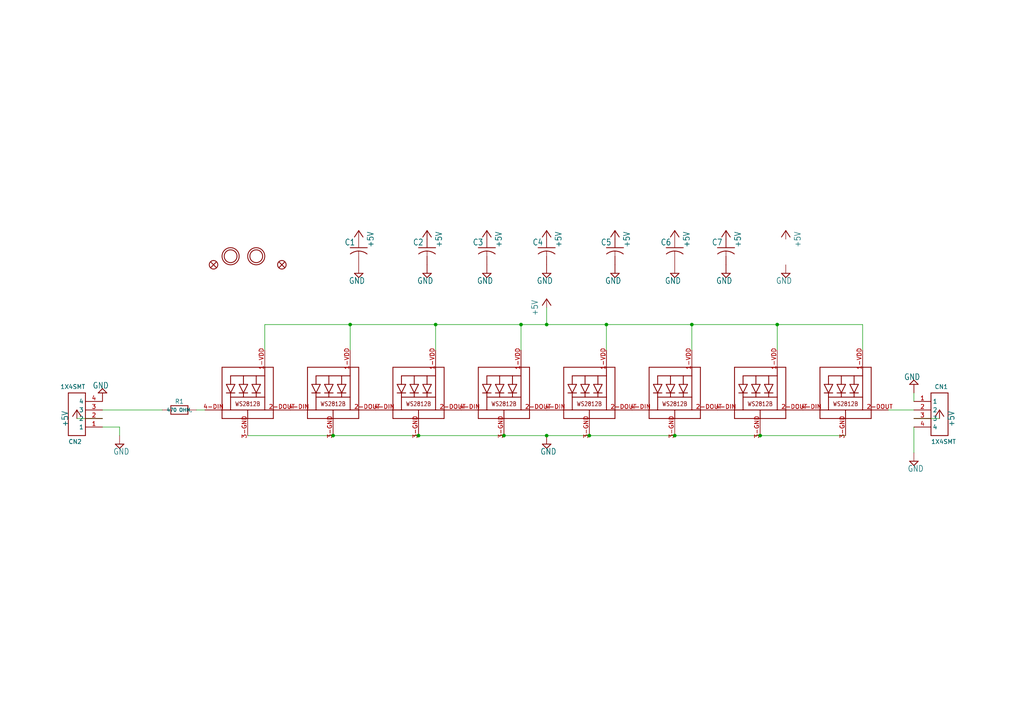
<source format=kicad_sch>
(kicad_sch (version 20230121) (generator eeschema)
  (paper "User" 304.521 210.007)
  (lib_symbols
    (symbol "working-eagle-import:+5V" (power)
      (property "Value" "+5V" (at -2.54 -5.08 90))
      (symbol "+5V_1_0"
        (polyline (pts (xy 0 0) (xy -1.27 -1.905)) (stroke (width 0.254)))
        (polyline (pts (xy 1.27 -1.905) (xy 0 0)) (stroke (width 0.254)))
        (pin power_in line (at 0 -2.54 90) (length 2.54) (name "+5V") (number "1"))
      )
    )
    (symbol "working-eagle-import:1X4SMT"
      (property "Reference" "CN" (at 5.08 7.62 0))
      (symbol "1X4SMT_1_0"
        (polyline (pts (xy 0 -7.62) (xy 0 5.08)) (stroke (width 0.254)))
        (polyline (pts (xy 0 5.08) (xy 5.08 5.08)) (stroke (width 0.254)))
        (polyline (pts (xy 5.08 -7.62) (xy 0 -7.62)) (stroke (width 0.254)))
        (polyline (pts (xy 5.08 5.08) (xy 5.08 -7.62)) (stroke (width 0.254)))
        (pin bidirectional line (at -5.08 2.54 0) (length 5.08) (name "1") (number "1"))
        (pin bidirectional line (at -5.08 0 0) (length 5.08) (name "2") (number "2"))
        (pin bidirectional line (at -5.08 -2.54 0) (length 5.08) (name "3") (number "3"))
        (pin bidirectional line (at -5.08 -5.08 0) (length 5.08) (name "4") (number "4"))
      )
    )
    (symbol "working-eagle-import:C-USC0805K"
      (property "Reference" "C" (at 1.016 0.635 0))
      (symbol "C-USC0805K_1_0"
        (arc (start 0 -1.0161) (mid -1.302 -1.2303) (end -2.4668 -1.8504) (stroke (width 0.254)))
        (polyline (pts (xy -2.54 0) (xy 2.54 0)) (stroke (width 0.254)))
        (polyline (pts (xy 0 -1.016) (xy 0 -2.54)) (stroke (width 0.1524)))
        (arc (start 2.4892 -1.8541) (mid 1.3158 -1.2194) (end 0 -1) (stroke (width 0.254)))
        (pin passive line (at 0 2.54 270) (length 2.54) (name "1") (number "1"))
        (pin passive line (at 0 -5.08 90) (length 2.54) (name "2") (number "2"))
      )
    )
    (symbol "working-eagle-import:FIDUCIAL{dblquote}{dblquote}"
      (symbol "FIDUCIAL{dblquote}{dblquote}_1_0"
        (polyline (pts (xy -0.762 0.762) (xy 0.762 -0.762)) (stroke (width 0.254)))
        (polyline (pts (xy 0.762 0.762) (xy -0.762 -0.762)) (stroke (width 0.254)))
        (circle (center 0 0) (radius 1.27) (stroke (width 0.254)))
      )
    )
    (symbol "working-eagle-import:GND" (power)
      (property "Value" "GND" (at -1.905 -3.175 0))
      (symbol "GND_1_0"
        (polyline (pts (xy -1.27 0) (xy 1.27 0)) (stroke (width 0.254)))
        (polyline (pts (xy 0 -1.27) (xy -1.27 0)) (stroke (width 0.254)))
        (polyline (pts (xy 1.27 0) (xy 0 -1.27)) (stroke (width 0.254)))
        (pin power_in line (at 0 2.54 270) (length 2.54) (name "GND") (number "1"))
      )
    )
    (symbol "working-eagle-import:MOUNTINGHOLE2.0"
      (symbol "MOUNTINGHOLE2.0_1_0"
        (circle (center 0 0) (radius 1.905) (stroke (width 0.254)))
        (circle (center 0 0) (radius 2.54) (stroke (width 0.254)))
      )
    )
    (symbol "working-eagle-import:RESISTOR_0805MP"
      (property "Reference" "R" (at 0 2.54 0))
      (symbol "RESISTOR_0805MP_1_0"
        (polyline (pts (xy -2.54 -1.27) (xy -2.54 1.27)) (stroke (width 0.254)))
        (polyline (pts (xy -2.54 1.27) (xy 2.54 1.27)) (stroke (width 0.254)))
        (polyline (pts (xy 2.54 -1.27) (xy -2.54 -1.27)) (stroke (width 0.254)))
        (polyline (pts (xy 2.54 1.27) (xy 2.54 -1.27)) (stroke (width 0.254)))
        (pin passive line (at -5.08 0 0) (length 2.54) (name "1") (number "1"))
        (pin passive line (at 5.08 0 180) (length 2.54) (name "2") (number "2"))
      )
    )
    (symbol "working-eagle-import:WS2812B5050"
      (symbol "WS2812B5050_1_0"
        (polyline (pts (xy -7.62 -5.08) (xy 0 -5.08)) (stroke (width 0.254)))
        (polyline (pts (xy -7.62 -2.54) (xy -7.62 -5.08)) (stroke (width 0.254)))
        (polyline (pts (xy -7.62 10.16) (xy -7.62 -2.54)) (stroke (width 0.254)))
        (polyline (pts (xy -6.35 2.54) (xy -5.08 2.54)) (stroke (width 0.254)))
        (polyline (pts (xy -6.35 5.08) (xy -5.08 5.08)) (stroke (width 0.254)))
        (polyline (pts (xy -5.08 -2.54) (xy -7.62 -2.54)) (stroke (width 0.254)))
        (polyline (pts (xy -5.08 -2.54) (xy 0 -2.54)) (stroke (width 0.254)))
        (polyline (pts (xy -5.08 1.27) (xy -5.08 -2.54)) (stroke (width 0.254)))
        (polyline (pts (xy -5.08 2.54) (xy -6.35 5.08)) (stroke (width 0.254)))
        (polyline (pts (xy -5.08 2.54) (xy -5.08 1.27)) (stroke (width 0.254)))
        (polyline (pts (xy -5.08 2.54) (xy -3.81 5.08)) (stroke (width 0.254)))
        (polyline (pts (xy -5.08 5.08) (xy -3.81 5.08)) (stroke (width 0.254)))
        (polyline (pts (xy -5.08 7.62) (xy -5.08 5.08)) (stroke (width 0.254)))
        (polyline (pts (xy -3.81 2.54) (xy -5.08 2.54)) (stroke (width 0.254)))
        (polyline (pts (xy -2.54 2.54) (xy -1.27 2.54)) (stroke (width 0.254)))
        (polyline (pts (xy -2.54 5.08) (xy 0 5.08)) (stroke (width 0.254)))
        (polyline (pts (xy -1.27 1.27) (xy -5.08 1.27)) (stroke (width 0.254)))
        (polyline (pts (xy -1.27 2.54) (xy -2.54 5.08)) (stroke (width 0.254)))
        (polyline (pts (xy -1.27 2.54) (xy -1.27 1.27)) (stroke (width 0.254)))
        (polyline (pts (xy -1.27 2.54) (xy 0 2.54)) (stroke (width 0.254)))
        (polyline (pts (xy -1.27 5.08) (xy -1.27 7.62)) (stroke (width 0.254)))
        (polyline (pts (xy -1.27 7.62) (xy -5.08 7.62)) (stroke (width 0.254)))
        (polyline (pts (xy 0 -5.08) (xy 7.62 -5.08)) (stroke (width 0.254)))
        (polyline (pts (xy 0 -2.54) (xy 0 -5.08)) (stroke (width 0.254)))
        (polyline (pts (xy 0 -2.54) (xy 5.08 -2.54)) (stroke (width 0.254)))
        (polyline (pts (xy 0 5.08) (xy -1.27 2.54)) (stroke (width 0.254)))
        (polyline (pts (xy 1.27 5.08) (xy 2.54 2.54)) (stroke (width 0.254)))
        (polyline (pts (xy 1.27 5.08) (xy 2.54 5.08)) (stroke (width 0.254)))
        (polyline (pts (xy 2.54 1.27) (xy -1.27 1.27)) (stroke (width 0.254)))
        (polyline (pts (xy 2.54 2.54) (xy 1.27 2.54)) (stroke (width 0.254)))
        (polyline (pts (xy 2.54 2.54) (xy 2.54 1.27)) (stroke (width 0.254)))
        (polyline (pts (xy 2.54 2.54) (xy 3.81 2.54)) (stroke (width 0.254)))
        (polyline (pts (xy 2.54 2.54) (xy 3.81 5.08)) (stroke (width 0.254)))
        (polyline (pts (xy 2.54 5.08) (xy 2.54 7.62)) (stroke (width 0.254)))
        (polyline (pts (xy 2.54 7.62) (xy -1.27 7.62)) (stroke (width 0.254)))
        (polyline (pts (xy 2.54 7.62) (xy 5.08 7.62)) (stroke (width 0.254)))
        (polyline (pts (xy 3.81 5.08) (xy 2.54 5.08)) (stroke (width 0.254)))
        (polyline (pts (xy 5.08 -2.54) (xy 5.08 1.27)) (stroke (width 0.254)))
        (polyline (pts (xy 5.08 -2.54) (xy 7.62 -2.54)) (stroke (width 0.254)))
        (polyline (pts (xy 5.08 1.27) (xy 2.54 1.27)) (stroke (width 0.254)))
        (polyline (pts (xy 5.08 7.62) (xy 5.08 1.27)) (stroke (width 0.254)))
        (polyline (pts (xy 5.08 10.16) (xy -7.62 10.16)) (stroke (width 0.254)))
        (polyline (pts (xy 5.08 10.16) (xy 5.08 7.62)) (stroke (width 0.254)))
        (polyline (pts (xy 7.62 -5.08) (xy 7.62 -2.54)) (stroke (width 0.254)))
        (polyline (pts (xy 7.62 -2.54) (xy 7.62 10.16)) (stroke (width 0.254)))
        (polyline (pts (xy 7.62 10.16) (xy 5.08 10.16)) (stroke (width 0.254)))
        (text "WS2812B" (at 3.81 0 0) (effects (font (size 1.27 1.0795)) (justify right top)))
        (pin power_in line (at 5.08 15.24 270) (length 5.08) (name "VDD") (number "1-VDD"))
        (pin output line (at 12.7 -2.54 180) (length 5.08) (name "DO") (number "2-DOUT"))
        (pin power_in line (at 0 -10.16 90) (length 5.08) (name "GND") (number "3-GND"))
        (pin input line (at -12.7 -2.54 0) (length 5.08) (name "DI") (number "4-DIN"))
      )
    )
  )
  (junction (at 99.06 129.54))
  (junction (at 104.14 96.52))
  (junction (at 180.34 96.52))
  (junction (at 231.14 96.52))
  (junction (at 226.06 129.54))
  (junction (at 154.94 96.52))
  (junction (at 129.54 96.52))
  (junction (at 162.56 96.52))
  (junction (at 149.86 129.54))
  (junction (at 200.66 129.54))
  (junction (at 175.26 129.54))
  (junction (at 162.56 129.54))
  (junction (at 205.74 96.52))
  (junction (at 124.46 129.54))
  (wire (pts (xy 231.14 96.52) (xy 231.14 104.14)) (stroke (width 0.1524)))
  (wire (pts (xy 200.66 129.54) (xy 226.06 129.54)) (stroke (width 0.1524)))
  (wire (pts (xy 73.66 129.54) (xy 99.06 129.54)) (stroke (width 0.1524)))
  (wire (pts (xy 162.56 96.52) (xy 180.34 96.52)) (stroke (width 0.1524)))
  (wire (pts (xy 30.48 127) (xy 35.56 127)) (stroke (width 0.1524)))
  (wire (pts (xy 180.34 96.52) (xy 180.34 104.14)) (stroke (width 0.1524)))
  (wire (pts (xy 256.54 96.52) (xy 256.54 104.14)) (stroke (width 0.1524)))
  (wire (pts (xy 154.94 96.52) (xy 162.56 96.52)) (stroke (width 0.1524)))
  (wire (pts (xy 271.78 134.62) (xy 271.78 127)) (stroke (width 0.1524)))
  (wire (pts (xy 175.26 129.54) (xy 200.66 129.54)) (stroke (width 0.1524)))
  (wire (pts (xy 162.56 129.54) (xy 175.26 129.54)) (stroke (width 0.1524)))
  (wire (pts (xy 129.54 96.52) (xy 154.94 96.52)) (stroke (width 0.1524)))
  (wire (pts (xy 78.74 104.14) (xy 78.74 96.52)) (stroke (width 0.1524)))
  (wire (pts (xy 35.56 127) (xy 35.56 129.54)) (stroke (width 0.1524)))
  (wire (pts (xy 124.46 129.54) (xy 149.86 129.54)) (stroke (width 0.1524)))
  (wire (pts (xy 271.78 121.92) (xy 264.16 121.92)) (stroke (width 0.1524)))
  (wire (pts (xy 104.14 104.14) (xy 104.14 96.52)) (stroke (width 0.1524)))
  (wire (pts (xy 99.06 129.54) (xy 124.46 129.54)) (stroke (width 0.1524)))
  (wire (pts (xy 22.86 124.46) (xy 30.48 124.46)) (stroke (width 0.1524)))
  (wire (pts (xy 279.4 124.46) (xy 271.78 124.46)) (stroke (width 0.1524)))
  (wire (pts (xy 231.14 96.52) (xy 256.54 96.52)) (stroke (width 0.1524)))
  (wire (pts (xy 78.74 96.52) (xy 104.14 96.52)) (stroke (width 0.1524)))
  (wire (pts (xy 129.54 96.52) (xy 129.54 104.14)) (stroke (width 0.1524)))
  (wire (pts (xy 154.94 96.52) (xy 154.94 104.14)) (stroke (width 0.1524)))
  (wire (pts (xy 58.42 121.92) (xy 60.96 121.92)) (stroke (width 0.1524)))
  (wire (pts (xy 271.78 119.38) (xy 271.78 116.84)) (stroke (width 0.1524)))
  (wire (pts (xy 205.74 104.14) (xy 205.74 96.52)) (stroke (width 0.1524)))
  (wire (pts (xy 30.48 121.92) (xy 48.26 121.92)) (stroke (width 0.1524)))
  (wire (pts (xy 205.74 96.52) (xy 231.14 96.52)) (stroke (width 0.1524)))
  (wire (pts (xy 149.86 129.54) (xy 162.56 129.54)) (stroke (width 0.1524)))
  (wire (pts (xy 162.56 91.44) (xy 162.56 96.52)) (stroke (width 0.1524)))
  (wire (pts (xy 180.34 96.52) (xy 205.74 96.52)) (stroke (width 0.1524)))
  (wire (pts (xy 104.14 96.52) (xy 129.54 96.52)) (stroke (width 0.1524)))
  (wire (pts (xy 226.06 129.54) (xy 251.46 129.54)) (stroke (width 0.1524)))
  (symbol (lib_id "working-eagle-import:+5V") (at 200.66 68.58 0) (mirror y) (unit 1)
    (property "Reference" "#P+8" (effects hide))
    (property "Value" "+5V" (at 203.2 73.66 90) (effects (font (size 1.778 1.5113)) (justify left bottom)))
  )
  (symbol (lib_id "working-eagle-import:GND") (at 215.9 81.28 0) (mirror y) (unit 1)
    (property "Reference" "#SUPPLY16" (effects hide))
    (property "Value" "GND" (at 217.805 84.455 0) (effects (font (size 1.778 1.5113)) (justify left bottom)))
  )
  (symbol (lib_id "working-eagle-import:+5V") (at 182.88 68.58 0) (mirror y) (unit 1)
    (property "Reference" "#P+7" (effects hide))
    (property "Value" "+5V" (at 185.42 73.66 90) (effects (font (size 1.778 1.5113)) (justify left bottom)))
  )
  (symbol (lib_id "working-eagle-import:+5V") (at 22.86 121.92 0) (unit 1)
    (property "Reference" "#P+11" (effects hide))
    (property "Value" "+5V" (at 20.32 127 90) (effects (font (size 1.778 1.5113)) (justify left bottom)))
  )
  (symbol (lib_id "working-eagle-import:GND") (at 271.78 114.3 180) (unit 1)
    (property "Reference" "#SUPPLY1" (effects hide))
    (property "Value" "GND" (at 273.685 111.125 0) (effects (font (size 1.778 1.5113)) (justify left bottom)))
  )
  (symbol (lib_id "working-eagle-import:+5V") (at 279.4 121.92 0) (mirror y) (unit 1)
    (property "Reference" "#P+1" (effects hide))
    (property "Value" "+5V" (at 281.94 127 90) (effects (font (size 1.778 1.5113)) (justify left bottom)))
  )
  (symbol (lib_id "working-eagle-import:WS2812B5050") (at 149.86 119.38 0) (unit 1)
    (property "Reference" "LED4" (effects hide))
    (property "Value" "WS2812B5050" (effects hide))
    (property "Footprint" "working:WS2812B" (effects hide))
  )
  (symbol (lib_id "working-eagle-import:GND") (at 127 81.28 0) (mirror y) (unit 1)
    (property "Reference" "#SUPPLY11" (effects hide))
    (property "Value" "GND" (at 128.905 84.455 0) (effects (font (size 1.778 1.5113)) (justify left bottom)))
  )
  (symbol (lib_id "working-eagle-import:WS2812B5050") (at 99.06 119.38 0) (unit 1)
    (property "Reference" "LED2" (effects hide))
    (property "Value" "WS2812B5050" (effects hide))
    (property "Footprint" "working:WS2812B" (effects hide))
  )
  (symbol (lib_id "working-eagle-import:+5V") (at 233.68 68.58 0) (mirror y) (unit 1)
    (property "Reference" "#P+10" (effects hide))
    (property "Value" "+5V" (at 236.22 73.66 90) (effects (font (size 1.778 1.5113)) (justify left bottom)))
  )
  (symbol (lib_id "working-eagle-import:GND") (at 106.68 81.28 0) (mirror y) (unit 1)
    (property "Reference" "#SUPPLY10" (effects hide))
    (property "Value" "GND" (at 108.585 84.455 0) (effects (font (size 1.778 1.5113)) (justify left bottom)))
  )
  (symbol (lib_id "working-eagle-import:+5V") (at 162.56 88.9 0) (unit 1)
    (property "Reference" "#P+2" (effects hide))
    (property "Value" "+5V" (at 160.02 93.98 90) (effects (font (size 1.778 1.5113)) (justify left bottom)))
  )
  (symbol (lib_id "working-eagle-import:C-USC0805K") (at 106.68 73.66 0) (mirror y) (unit 1)
    (property "Reference" "C1" (at 105.664 73.025 0) (effects (font (size 1.778 1.5113)) (justify left bottom)))
    (property "Value" "C-USC0805K" (effects hide))
    (property "Footprint" "working:C0805K" (effects hide))
  )
  (symbol (lib_id "working-eagle-import:C-USC0805K") (at 215.9 73.66 0) (mirror y) (unit 1)
    (property "Reference" "C7" (at 214.884 73.025 0) (effects (font (size 1.778 1.5113)) (justify left bottom)))
    (property "Value" "C-USC0805K" (effects hide))
    (property "Footprint" "working:C0805K" (effects hide))
  )
  (symbol (lib_id "working-eagle-import:WS2812B5050") (at 251.46 119.38 0) (unit 1)
    (property "Reference" "LED8" (effects hide))
    (property "Value" "WS2812B5050" (effects hide))
    (property "Footprint" "working:WS2812B" (effects hide))
  )
  (symbol (lib_id "working-eagle-import:GND") (at 233.68 81.28 0) (mirror y) (unit 1)
    (property "Reference" "#SUPPLY17" (effects hide))
    (property "Value" "GND" (at 235.585 84.455 0) (effects (font (size 1.778 1.5113)) (justify left bottom)))
  )
  (symbol (lib_id "working-eagle-import:GND") (at 144.78 81.28 0) (mirror y) (unit 1)
    (property "Reference" "#SUPPLY12" (effects hide))
    (property "Value" "GND" (at 146.685 84.455 0) (effects (font (size 1.778 1.5113)) (justify left bottom)))
  )
  (symbol (lib_id "working-eagle-import:WS2812B5050") (at 73.66 119.38 0) (unit 1)
    (property "Reference" "LED1" (effects hide))
    (property "Value" "WS2812B5050" (effects hide))
    (property "Footprint" "working:WS2812B" (effects hide))
  )
  (symbol (lib_id "working-eagle-import:C-USC0805K") (at 162.56 73.66 0) (mirror y) (unit 1)
    (property "Reference" "C4" (at 161.544 73.025 0) (effects (font (size 1.778 1.5113)) (justify left bottom)))
    (property "Value" "C-USC0805K" (effects hide))
    (property "Footprint" "working:C0805K" (effects hide))
  )
  (symbol (lib_id "working-eagle-import:GND") (at 182.88 81.28 0) (mirror y) (unit 1)
    (property "Reference" "#SUPPLY14" (effects hide))
    (property "Value" "GND" (at 184.785 84.455 0) (effects (font (size 1.778 1.5113)) (justify left bottom)))
  )
  (symbol (lib_id "working-eagle-import:GND") (at 200.66 81.28 0) (mirror y) (unit 1)
    (property "Reference" "#SUPPLY15" (effects hide))
    (property "Value" "GND" (at 202.565 84.455 0) (effects (font (size 1.778 1.5113)) (justify left bottom)))
  )
  (symbol (lib_id "working-eagle-import:GND") (at 271.78 137.16 0) (unit 1)
    (property "Reference" "#SUPPLY9" (effects hide))
    (property "Value" "GND" (at 269.875 140.335 0) (effects (font (size 1.778 1.5113)) (justify left bottom)))
  )
  (symbol (lib_id "working-eagle-import:+5V") (at 127 68.58 0) (mirror y) (unit 1)
    (property "Reference" "#P+4" (effects hide))
    (property "Value" "+5V" (at 129.54 73.66 90) (effects (font (size 1.778 1.5113)) (justify left bottom)))
  )
  (symbol (lib_id "working-eagle-import:WS2812B5050") (at 175.26 119.38 0) (unit 1)
    (property "Reference" "LED5" (effects hide))
    (property "Value" "WS2812B5050" (effects hide))
    (property "Footprint" "working:WS2812B" (effects hide))
  )
  (symbol (lib_id "working-eagle-import:C-USC0805K") (at 200.66 73.66 0) (mirror y) (unit 1)
    (property "Reference" "C6" (at 199.644 73.025 0) (effects (font (size 1.778 1.5113)) (justify left bottom)))
    (property "Value" "C-USC0805K" (effects hide))
    (property "Footprint" "working:C0805K" (effects hide))
  )
  (symbol (lib_id "working-eagle-import:+5V") (at 162.56 68.58 0) (mirror y) (unit 1)
    (property "Reference" "#P+6" (effects hide))
    (property "Value" "+5V" (at 165.1 73.66 90) (effects (font (size 1.778 1.5113)) (justify left bottom)))
  )
  (symbol (lib_id "working-eagle-import:WS2812B5050") (at 200.66 119.38 0) (unit 1)
    (property "Reference" "LED6" (effects hide))
    (property "Value" "WS2812B5050" (effects hide))
    (property "Footprint" "working:WS2812B" (effects hide))
  )
  (symbol (lib_id "working-eagle-import:MOUNTINGHOLE2.0") (at 68.58 76.2 0) (unit 1)
    (property "Reference" "U$3" (effects hide))
    (property "Value" "MOUNTINGHOLE2.0" (effects hide))
    (property "Footprint" "working:MOUNTINGHOLE_2.0_PLATED" (effects hide))
  )
  (symbol (lib_id "working-eagle-import:FIDUCIAL{dblquote}{dblquote}") (at 83.82 78.74 0) (unit 1)
    (property "Reference" "FID3" (effects hide))
    (property "Value" "FIDUCIAL{dblquote}{dblquote}" (effects hide))
    (property "Footprint" "working:FIDUCIAL_1MM" (effects hide))
  )
  (symbol (lib_id "working-eagle-import:+5V") (at 144.78 68.58 0) (mirror y) (unit 1)
    (property "Reference" "#P+5" (effects hide))
    (property "Value" "+5V" (at 147.32 73.66 90) (effects (font (size 1.778 1.5113)) (justify left bottom)))
  )
  (symbol (lib_id "working-eagle-import:WS2812B5050") (at 124.46 119.38 0) (unit 1)
    (property "Reference" "LED3" (effects hide))
    (property "Value" "WS2812B5050" (effects hide))
    (property "Footprint" "working:WS2812B" (effects hide))
  )
  (symbol (lib_id "working-eagle-import:C-USC0805K") (at 182.88 73.66 0) (mirror y) (unit 1)
    (property "Reference" "C5" (at 181.864 73.025 0) (effects (font (size 1.778 1.5113)) (justify left bottom)))
    (property "Value" "C-USC0805K" (effects hide))
    (property "Footprint" "working:C0805K" (effects hide))
  )
  (symbol (lib_id "working-eagle-import:1X4SMT") (at 276.86 121.92 0) (unit 1)
    (property "Reference" "CN1" (at 281.94 114.3 0) (effects (justify right top)))
    (property "Value" "1X4SMT" (at 276.86 132.08 0) (effects (justify left bottom)))
    (property "Footprint" "working:1X4-SMT" (effects hide))
  )
  (symbol (lib_id "working-eagle-import:+5V") (at 106.68 68.58 0) (mirror y) (unit 1)
    (property "Reference" "#P+3" (effects hide))
    (property "Value" "+5V" (at 109.22 73.66 90) (effects (font (size 1.778 1.5113)) (justify left bottom)))
  )
  (symbol (lib_id "working-eagle-import:C-USC0805K") (at 144.78 73.66 0) (mirror y) (unit 1)
    (property "Reference" "C3" (at 143.764 73.025 0) (effects (font (size 1.778 1.5113)) (justify left bottom)))
    (property "Value" "C-USC0805K" (effects hide))
    (property "Footprint" "working:C0805K" (effects hide))
  )
  (symbol (lib_id "working-eagle-import:GND") (at 30.48 116.84 180) (unit 1)
    (property "Reference" "#SUPPLY2" (effects hide))
    (property "Value" "GND" (at 32.385 113.665 0) (effects (font (size 1.778 1.5113)) (justify left bottom)))
  )
  (symbol (lib_id "working-eagle-import:WS2812B5050") (at 226.06 119.38 0) (unit 1)
    (property "Reference" "LED7" (effects hide))
    (property "Value" "WS2812B5050" (effects hide))
    (property "Footprint" "working:WS2812B" (effects hide))
  )
  (symbol (lib_id "working-eagle-import:GND") (at 35.56 132.08 0) (unit 1)
    (property "Reference" "#SUPPLY7" (effects hide))
    (property "Value" "GND" (at 33.655 135.255 0) (effects (font (size 1.778 1.5113)) (justify left bottom)))
  )
  (symbol (lib_id "working-eagle-import:C-USC0805K") (at 127 73.66 0) (mirror y) (unit 1)
    (property "Reference" "C2" (at 125.984 73.025 0) (effects (font (size 1.778 1.5113)) (justify left bottom)))
    (property "Value" "C-USC0805K" (effects hide))
    (property "Footprint" "working:C0805K" (effects hide))
  )
  (symbol (lib_id "working-eagle-import:GND") (at 162.56 81.28 0) (mirror y) (unit 1)
    (property "Reference" "#SUPPLY13" (effects hide))
    (property "Value" "GND" (at 164.465 84.455 0) (effects (font (size 1.778 1.5113)) (justify left bottom)))
  )
  (symbol (lib_id "working-eagle-import:1X4SMT") (at 25.4 124.46 180) (unit 1)
    (property "Reference" "CN2" (at 20.32 132.08 0) (effects (justify right top)))
    (property "Value" "1X4SMT" (at 25.4 114.3 0) (effects (justify left bottom)))
    (property "Footprint" "working:1X4-SMT" (effects hide))
  )
  (symbol (lib_id "working-eagle-import:RESISTOR_0805MP") (at 53.34 121.92 0) (unit 1)
    (property "Reference" "R1" (at 53.34 119.38 0))
    (property "Value" "470 OHM," (at 53.34 121.92 0) (effects (font (size 1.016 1.016) bold)))
    (property "Footprint" "working:_0805MP" (effects hide))
  )
  (symbol (lib_id "working-eagle-import:FIDUCIAL{dblquote}{dblquote}") (at 63.5 78.74 0) (unit 1)
    (property "Reference" "FID1" (effects hide))
    (property "Value" "FIDUCIAL{dblquote}{dblquote}" (effects hide))
    (property "Footprint" "working:FIDUCIAL_1MM" (effects hide))
  )
  (symbol (lib_id "working-eagle-import:MOUNTINGHOLE2.0") (at 76.2 76.2 0) (unit 1)
    (property "Reference" "U$2" (effects hide))
    (property "Value" "MOUNTINGHOLE2.0" (effects hide))
    (property "Footprint" "working:MOUNTINGHOLE_2.0_PLATED" (effects hide))
  )
  (symbol (lib_id "working-eagle-import:+5V") (at 215.9 68.58 0) (mirror y) (unit 1)
    (property "Reference" "#P+9" (effects hide))
    (property "Value" "+5V" (at 218.44 73.66 90) (effects (font (size 1.778 1.5113)) (justify left bottom)))
  )
  (symbol (lib_id "working-eagle-import:GND") (at 162.56 132.08 0) (unit 1)
    (property "Reference" "#SUPPLY3" (effects hide))
    (property "Value" "GND" (at 160.655 135.255 0) (effects (font (size 1.778 1.5113)) (justify left bottom)))
  )
)
</source>
